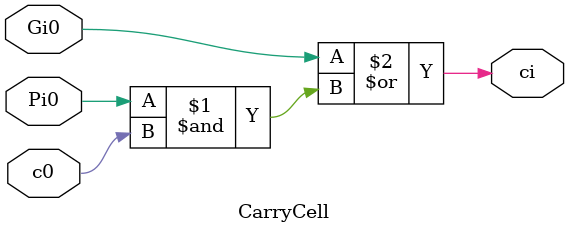
<source format=v>
module CarryCell(ci, c0, Pi0, Gi0);
	input Pi0, Gi0, c0;
	output ci;
	
	assign ci = Gi0 | (Pi0 & c0);
	// c_i+1 = G_i:0 + P_i:0 and c0
endmodule 
</source>
